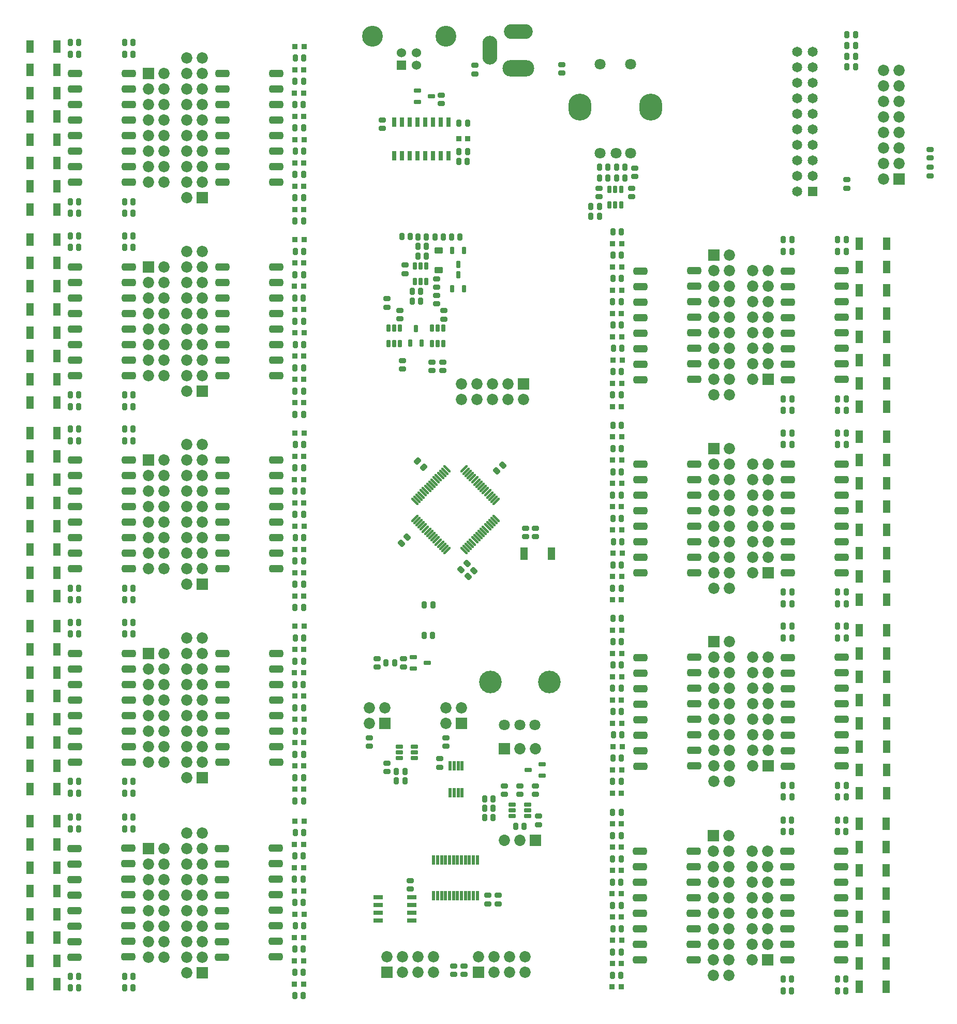
<source format=gts>
G04*
G04 #@! TF.GenerationSoftware,Altium Limited,Altium Designer,25.8.1 (18)*
G04*
G04 Layer_Color=8388736*
%FSLAX44Y44*%
%MOMM*%
G71*
G04*
G04 #@! TF.SameCoordinates,1DD17807-008B-40D4-811F-6DFA0BD173B0*
G04*
G04*
G04 #@! TF.FilePolarity,Negative*
G04*
G01*
G75*
G04:AMPARAMS|DCode=45|XSize=0.87mm|YSize=1.14mm|CornerRadius=0.165mm|HoleSize=0mm|Usage=FLASHONLY|Rotation=0.000|XOffset=0mm|YOffset=0mm|HoleType=Round|Shape=RoundedRectangle|*
%AMROUNDEDRECTD45*
21,1,0.8700,0.8100,0,0,0.0*
21,1,0.5400,1.1400,0,0,0.0*
1,1,0.3300,0.2700,-0.4050*
1,1,0.3300,-0.2700,-0.4050*
1,1,0.3300,-0.2700,0.4050*
1,1,0.3300,0.2700,0.4050*
%
%ADD45ROUNDEDRECTD45*%
G04:AMPARAMS|DCode=46|XSize=0.87mm|YSize=1.14mm|CornerRadius=0.165mm|HoleSize=0mm|Usage=FLASHONLY|Rotation=90.000|XOffset=0mm|YOffset=0mm|HoleType=Round|Shape=RoundedRectangle|*
%AMROUNDEDRECTD46*
21,1,0.8700,0.8100,0,0,90.0*
21,1,0.5400,1.1400,0,0,90.0*
1,1,0.3300,0.4050,0.2700*
1,1,0.3300,0.4050,-0.2700*
1,1,0.3300,-0.4050,-0.2700*
1,1,0.3300,-0.4050,0.2700*
%
%ADD46ROUNDEDRECTD46*%
G04:AMPARAMS|DCode=47|XSize=1.15mm|YSize=0.75mm|CornerRadius=0.15mm|HoleSize=0mm|Usage=FLASHONLY|Rotation=270.000|XOffset=0mm|YOffset=0mm|HoleType=Round|Shape=RoundedRectangle|*
%AMROUNDEDRECTD47*
21,1,1.1500,0.4500,0,0,270.0*
21,1,0.8500,0.7500,0,0,270.0*
1,1,0.3000,-0.2250,-0.4250*
1,1,0.3000,-0.2250,0.4250*
1,1,0.3000,0.2250,0.4250*
1,1,0.3000,0.2250,-0.4250*
%
%ADD47ROUNDEDRECTD47*%
G04:AMPARAMS|DCode=48|XSize=1.34mm|YSize=1.04mm|CornerRadius=0.1825mm|HoleSize=0mm|Usage=FLASHONLY|Rotation=0.000|XOffset=0mm|YOffset=0mm|HoleType=Round|Shape=RoundedRectangle|*
%AMROUNDEDRECTD48*
21,1,1.3400,0.6750,0,0,0.0*
21,1,0.9750,1.0400,0,0,0.0*
1,1,0.3650,0.4875,-0.3375*
1,1,0.3650,-0.4875,-0.3375*
1,1,0.3650,-0.4875,0.3375*
1,1,0.3650,0.4875,0.3375*
%
%ADD48ROUNDEDRECTD48*%
G04:AMPARAMS|DCode=49|XSize=0.4mm|YSize=1.6mm|CornerRadius=0.0875mm|HoleSize=0mm|Usage=FLASHONLY|Rotation=315.000|XOffset=0mm|YOffset=0mm|HoleType=Round|Shape=RoundedRectangle|*
%AMROUNDEDRECTD49*
21,1,0.4000,1.4250,0,0,315.0*
21,1,0.2250,1.6000,0,0,315.0*
1,1,0.1750,-0.4243,-0.5834*
1,1,0.1750,-0.5834,-0.4243*
1,1,0.1750,0.4243,0.5834*
1,1,0.1750,0.5834,0.4243*
%
%ADD49ROUNDEDRECTD49*%
G04:AMPARAMS|DCode=50|XSize=0.4mm|YSize=1.6mm|CornerRadius=0.0875mm|HoleSize=0mm|Usage=FLASHONLY|Rotation=45.000|XOffset=0mm|YOffset=0mm|HoleType=Round|Shape=RoundedRectangle|*
%AMROUNDEDRECTD50*
21,1,0.4000,1.4250,0,0,45.0*
21,1,0.2250,1.6000,0,0,45.0*
1,1,0.1750,0.5834,-0.4243*
1,1,0.1750,0.4243,-0.5834*
1,1,0.1750,-0.5834,0.4243*
1,1,0.1750,-0.4243,0.5834*
%
%ADD50ROUNDEDRECTD50*%
G04:AMPARAMS|DCode=51|XSize=1.15mm|YSize=0.65mm|CornerRadius=0.1188mm|HoleSize=0mm|Usage=FLASHONLY|Rotation=0.000|XOffset=0mm|YOffset=0mm|HoleType=Round|Shape=RoundedRectangle|*
%AMROUNDEDRECTD51*
21,1,1.1500,0.4125,0,0,0.0*
21,1,0.9125,0.6500,0,0,0.0*
1,1,0.2375,0.4563,-0.2063*
1,1,0.2375,-0.4563,-0.2063*
1,1,0.2375,-0.4563,0.2063*
1,1,0.2375,0.4563,0.2063*
%
%ADD51ROUNDEDRECTD51*%
G04:AMPARAMS|DCode=52|XSize=1.15mm|YSize=0.75mm|CornerRadius=0.15mm|HoleSize=0mm|Usage=FLASHONLY|Rotation=0.000|XOffset=0mm|YOffset=0mm|HoleType=Round|Shape=RoundedRectangle|*
%AMROUNDEDRECTD52*
21,1,1.1500,0.4500,0,0,0.0*
21,1,0.8500,0.7500,0,0,0.0*
1,1,0.3000,0.4250,-0.2250*
1,1,0.3000,-0.4250,-0.2250*
1,1,0.3000,-0.4250,0.2250*
1,1,0.3000,0.4250,0.2250*
%
%ADD52ROUNDEDRECTD52*%
G04:AMPARAMS|DCode=53|XSize=2.1mm|YSize=1.15mm|CornerRadius=0.1mm|HoleSize=0mm|Usage=FLASHONLY|Rotation=90.000|XOffset=0mm|YOffset=0mm|HoleType=Round|Shape=RoundedRectangle|*
%AMROUNDEDRECTD53*
21,1,2.1000,0.9500,0,0,90.0*
21,1,1.9000,1.1500,0,0,90.0*
1,1,0.2000,0.4750,0.9500*
1,1,0.2000,0.4750,-0.9500*
1,1,0.2000,-0.4750,-0.9500*
1,1,0.2000,-0.4750,0.9500*
%
%ADD53ROUNDEDRECTD53*%
G04:AMPARAMS|DCode=54|XSize=1.6mm|YSize=0.546mm|CornerRadius=0.1245mm|HoleSize=0mm|Usage=FLASHONLY|Rotation=270.000|XOffset=0mm|YOffset=0mm|HoleType=Round|Shape=RoundedRectangle|*
%AMROUNDEDRECTD54*
21,1,1.6000,0.2970,0,0,270.0*
21,1,1.3510,0.5460,0,0,270.0*
1,1,0.2490,-0.1485,-0.6755*
1,1,0.2490,-0.1485,0.6755*
1,1,0.2490,0.1485,0.6755*
1,1,0.2490,0.1485,-0.6755*
%
%ADD54ROUNDEDRECTD54*%
G04:AMPARAMS|DCode=55|XSize=2.3mm|YSize=1.2mm|CornerRadius=0.325mm|HoleSize=0mm|Usage=FLASHONLY|Rotation=0.000|XOffset=0mm|YOffset=0mm|HoleType=Round|Shape=RoundedRectangle|*
%AMROUNDEDRECTD55*
21,1,2.3000,0.5500,0,0,0.0*
21,1,1.6500,1.2000,0,0,0.0*
1,1,0.6500,0.8250,-0.2750*
1,1,0.6500,-0.8250,-0.2750*
1,1,0.6500,-0.8250,0.2750*
1,1,0.6500,0.8250,0.2750*
%
%ADD55ROUNDEDRECTD55*%
G04:AMPARAMS|DCode=56|XSize=0.9mm|YSize=0.9mm|CornerRadius=0.1mm|HoleSize=0mm|Usage=FLASHONLY|Rotation=180.000|XOffset=0mm|YOffset=0mm|HoleType=Round|Shape=RoundedRectangle|*
%AMROUNDEDRECTD56*
21,1,0.9000,0.7000,0,0,180.0*
21,1,0.7000,0.9000,0,0,180.0*
1,1,0.2000,-0.3500,0.3500*
1,1,0.2000,0.3500,0.3500*
1,1,0.2000,0.3500,-0.3500*
1,1,0.2000,-0.3500,-0.3500*
%
%ADD56ROUNDEDRECTD56*%
G04:AMPARAMS|DCode=57|XSize=0.87mm|YSize=1.14mm|CornerRadius=0.165mm|HoleSize=0mm|Usage=FLASHONLY|Rotation=225.000|XOffset=0mm|YOffset=0mm|HoleType=Round|Shape=RoundedRectangle|*
%AMROUNDEDRECTD57*
21,1,0.8700,0.8100,0,0,225.0*
21,1,0.5400,1.1400,0,0,225.0*
1,1,0.3300,-0.4773,0.0955*
1,1,0.3300,-0.0955,0.4773*
1,1,0.3300,0.4773,-0.0955*
1,1,0.3300,0.0955,-0.4773*
%
%ADD57ROUNDEDRECTD57*%
G04:AMPARAMS|DCode=58|XSize=0.87mm|YSize=1.14mm|CornerRadius=0.165mm|HoleSize=0mm|Usage=FLASHONLY|Rotation=135.000|XOffset=0mm|YOffset=0mm|HoleType=Round|Shape=RoundedRectangle|*
%AMROUNDEDRECTD58*
21,1,0.8700,0.8100,0,0,135.0*
21,1,0.5400,1.1400,0,0,135.0*
1,1,0.3300,0.0955,0.4773*
1,1,0.3300,0.4773,0.0955*
1,1,0.3300,-0.0955,-0.4773*
1,1,0.3300,-0.4773,-0.0955*
%
%ADD58ROUNDEDRECTD58*%
G04:AMPARAMS|DCode=59|XSize=0.75mm|YSize=1.6mm|CornerRadius=0.15mm|HoleSize=0mm|Usage=FLASHONLY|Rotation=90.000|XOffset=0mm|YOffset=0mm|HoleType=Round|Shape=RoundedRectangle|*
%AMROUNDEDRECTD59*
21,1,0.7500,1.3000,0,0,90.0*
21,1,0.4500,1.6000,0,0,90.0*
1,1,0.3000,0.6500,0.2250*
1,1,0.3000,0.6500,-0.2250*
1,1,0.3000,-0.6500,-0.2250*
1,1,0.3000,-0.6500,0.2250*
%
%ADD59ROUNDEDRECTD59*%
G04:AMPARAMS|DCode=60|XSize=1.15mm|YSize=0.65mm|CornerRadius=0.1188mm|HoleSize=0mm|Usage=FLASHONLY|Rotation=90.000|XOffset=0mm|YOffset=0mm|HoleType=Round|Shape=RoundedRectangle|*
%AMROUNDEDRECTD60*
21,1,1.1500,0.4125,0,0,90.0*
21,1,0.9125,0.6500,0,0,90.0*
1,1,0.2375,0.2063,0.4563*
1,1,0.2375,0.2063,-0.4563*
1,1,0.2375,-0.2063,-0.4563*
1,1,0.2375,-0.2063,0.4563*
%
%ADD60ROUNDEDRECTD60*%
G04:AMPARAMS|DCode=61|XSize=0.75mm|YSize=1.6mm|CornerRadius=0.15mm|HoleSize=0mm|Usage=FLASHONLY|Rotation=0.000|XOffset=0mm|YOffset=0mm|HoleType=Round|Shape=RoundedRectangle|*
%AMROUNDEDRECTD61*
21,1,0.7500,1.3000,0,0,0.0*
21,1,0.4500,1.6000,0,0,0.0*
1,1,0.3000,0.2250,-0.6500*
1,1,0.3000,-0.2250,-0.6500*
1,1,0.3000,-0.2250,0.6500*
1,1,0.3000,0.2250,0.6500*
%
%ADD61ROUNDEDRECTD61*%
G04:AMPARAMS|DCode=62|XSize=1.6mm|YSize=0.545mm|CornerRadius=0.1244mm|HoleSize=0mm|Usage=FLASHONLY|Rotation=90.000|XOffset=0mm|YOffset=0mm|HoleType=Round|Shape=RoundedRectangle|*
%AMROUNDEDRECTD62*
21,1,1.6000,0.2963,0,0,90.0*
21,1,1.3513,0.5450,0,0,90.0*
1,1,0.2487,0.1481,0.6756*
1,1,0.2487,0.1481,-0.6756*
1,1,0.2487,-0.1481,-0.6756*
1,1,0.2487,-0.1481,0.6756*
%
%ADD62ROUNDEDRECTD62*%
%ADD63O,5.2032X2.7032*%
%ADD64O,4.7032X2.4532*%
%ADD65O,2.4532X4.7032*%
%ADD66C,1.8500*%
%ADD67R,1.8500X1.8500*%
%ADD68R,1.6500X1.6500*%
%ADD69C,1.6500*%
%ADD70C,3.7032*%
%ADD71C,1.8032*%
%ADD72O,3.8032X4.4032*%
%ADD73R,1.8532X1.8532*%
%ADD74C,1.8532*%
%ADD75R,1.8500X1.8500*%
%ADD76C,3.4160*%
%ADD77C,1.5280*%
%ADD78R,1.5280X1.5280*%
D45*
X376650Y-603000D02*
D03*
X362850D02*
D03*
X376900Y-553250D02*
D03*
X363100D02*
D03*
X352850Y17750D02*
D03*
X366650D02*
D03*
X352850Y33500D02*
D03*
X366650D02*
D03*
X343350Y-39750D02*
D03*
X357150D02*
D03*
X339900Y49500D02*
D03*
X326100D02*
D03*
X394150Y49250D02*
D03*
X380350D02*
D03*
X407350D02*
D03*
X421150D02*
D03*
X461600Y-870500D02*
D03*
X475400D02*
D03*
X461600Y-885500D02*
D03*
X475400D02*
D03*
X461600Y-900500D02*
D03*
X475400D02*
D03*
X314240Y-647700D02*
D03*
X300440D02*
D03*
X677630Y163630D02*
D03*
X691430D02*
D03*
X663490D02*
D03*
X649690D02*
D03*
X1039069Y-1165260D02*
D03*
X1052869D02*
D03*
X1039069Y-1184310D02*
D03*
X1052869Y-1184310D02*
D03*
X963969Y-1184310D02*
D03*
X950169D02*
D03*
X963969Y-1165260D02*
D03*
X950169D02*
D03*
X963969Y-923960D02*
D03*
X950169D02*
D03*
X963969Y-904910D02*
D03*
X950169D02*
D03*
X1039069D02*
D03*
X1052869D02*
D03*
X1039069Y-923960D02*
D03*
X1052869D02*
D03*
X684568Y-1158911D02*
D03*
X670768D02*
D03*
X685118Y-1120811D02*
D03*
X671318Y-1120811D02*
D03*
X685668Y-1082711D02*
D03*
X671868D02*
D03*
X685118Y-1044611D02*
D03*
X671318D02*
D03*
X684568Y-1006511D02*
D03*
X670768D02*
D03*
X685118Y-968411D02*
D03*
X671318D02*
D03*
X685118Y-930311D02*
D03*
X671318D02*
D03*
X685118Y-892211D02*
D03*
X671318Y-892211D02*
D03*
X-202611Y-919480D02*
D03*
X-216411D02*
D03*
X-202611Y-900430D02*
D03*
X-216411Y-900430D02*
D03*
X-127511D02*
D03*
X-113711D02*
D03*
X-127511Y-919480D02*
D03*
X-113711D02*
D03*
X-127511Y-1160780D02*
D03*
X-113711Y-1160780D02*
D03*
X-127511Y-1179830D02*
D03*
X-113711D02*
D03*
X-202611D02*
D03*
X-216411D02*
D03*
X-202611Y-1160780D02*
D03*
X-216411Y-1160780D02*
D03*
X151890Y-925829D02*
D03*
X165690D02*
D03*
X151340Y-963929D02*
D03*
X165140D02*
D03*
X150790Y-1002029D02*
D03*
X164590D02*
D03*
X151340Y-1040129D02*
D03*
X165140D02*
D03*
X151890Y-1078229D02*
D03*
X165690D02*
D03*
X151340Y-1116329D02*
D03*
X165140Y-1116329D02*
D03*
X151340Y-1154429D02*
D03*
X165140D02*
D03*
X151340Y-1192529D02*
D03*
X165140D02*
D03*
X151460Y75051D02*
D03*
X165260D02*
D03*
X151460Y151251D02*
D03*
X165260Y151251D02*
D03*
X152010Y341751D02*
D03*
X165810D02*
D03*
X151460Y303651D02*
D03*
X165260D02*
D03*
X151460Y227451D02*
D03*
X165260D02*
D03*
X151460Y113151D02*
D03*
X165260D02*
D03*
X152010Y189351D02*
D03*
X165810D02*
D03*
X150910Y265551D02*
D03*
X164710D02*
D03*
X152049Y-290709D02*
D03*
X165849D02*
D03*
X-202491Y50920D02*
D03*
X-216291D02*
D03*
X152010Y-126879D02*
D03*
X165810D02*
D03*
X-202491Y348100D02*
D03*
X-216291Y348100D02*
D03*
X152010Y25521D02*
D03*
X165810D02*
D03*
X150949Y-366909D02*
D03*
X164749D02*
D03*
X-127391Y-209430D02*
D03*
X-113591D02*
D03*
X151460Y-203079D02*
D03*
X165260D02*
D03*
X151499Y-557409D02*
D03*
X165299D02*
D03*
X-127391Y106800D02*
D03*
X-113591D02*
D03*
X151499Y-328809D02*
D03*
X165299D02*
D03*
X151460Y-12579D02*
D03*
X165260Y-12579D02*
D03*
X-127391Y367150D02*
D03*
X-113591D02*
D03*
X151499Y-481209D02*
D03*
X165299D02*
D03*
X-202491Y-209430D02*
D03*
X-216291D02*
D03*
X-202452Y-525660D02*
D03*
X-216252D02*
D03*
X151460Y-164979D02*
D03*
X165260D02*
D03*
X151499Y-519309D02*
D03*
X165299D02*
D03*
X151460Y-88779D02*
D03*
X165260D02*
D03*
X-127391Y50920D02*
D03*
X-113591D02*
D03*
X150910Y-50679D02*
D03*
X164710D02*
D03*
X151499Y-405009D02*
D03*
X165299D02*
D03*
X-202452Y-544710D02*
D03*
X-216252D02*
D03*
X-127391Y-228480D02*
D03*
X-113591D02*
D03*
X-202491D02*
D03*
X-216291D02*
D03*
X-127391Y348100D02*
D03*
X-113591D02*
D03*
X-202491Y106800D02*
D03*
X-216291Y106800D02*
D03*
X-202491Y31870D02*
D03*
X-216291Y31870D02*
D03*
X-202491Y87750D02*
D03*
X-216291D02*
D03*
X152049Y-443109D02*
D03*
X165849Y-443109D02*
D03*
X151460Y-241179D02*
D03*
X165260D02*
D03*
X-202491Y367150D02*
D03*
X-216291D02*
D03*
X-127391Y87750D02*
D03*
X-113591D02*
D03*
X-127391Y31870D02*
D03*
X-113591D02*
D03*
X-202491Y-600590D02*
D03*
X-216291Y-600590D02*
D03*
X-127391Y-841890D02*
D03*
X-113591D02*
D03*
X-127391Y-600590D02*
D03*
X-113591D02*
D03*
X-202491Y-860940D02*
D03*
X-216291D02*
D03*
X685118Y-689611D02*
D03*
X671318D02*
D03*
X685668Y-651511D02*
D03*
X671868D02*
D03*
X-202491Y-841890D02*
D03*
X-216291D02*
D03*
X685668Y-727711D02*
D03*
X671868D02*
D03*
X-127391Y-860940D02*
D03*
X-113591D02*
D03*
X685668Y-803911D02*
D03*
X671868D02*
D03*
X685118Y-842011D02*
D03*
X671318D02*
D03*
X-202491Y-581540D02*
D03*
X-216291D02*
D03*
X685668Y-613411D02*
D03*
X671868D02*
D03*
X685668Y-575311D02*
D03*
X671868D02*
D03*
X-127391Y-581540D02*
D03*
X-113591D02*
D03*
X686218Y-765811D02*
D03*
X672418D02*
D03*
X677630Y145850D02*
D03*
X691430D02*
D03*
X635720Y99060D02*
D03*
X649520D02*
D03*
X343350Y-55750D02*
D03*
X357150D02*
D03*
X635720Y82550D02*
D03*
X649520D02*
D03*
X419820Y234950D02*
D03*
X433620D02*
D03*
X1054820Y327660D02*
D03*
X1068620D02*
D03*
X512530Y-915379D02*
D03*
X526330D02*
D03*
X1054820Y344170D02*
D03*
X1068620D02*
D03*
Y361950D02*
D03*
X1054820D02*
D03*
X331210Y-840810D02*
D03*
X317410D02*
D03*
X433400Y172500D02*
D03*
X419600D02*
D03*
X1068620Y379730D02*
D03*
X1054820D02*
D03*
X352850Y49250D02*
D03*
X366650D02*
D03*
X331210Y-825570D02*
D03*
X317410D02*
D03*
X663490Y145850D02*
D03*
X649690D02*
D03*
X433650Y189000D02*
D03*
X419850D02*
D03*
X1039619Y-532130D02*
D03*
X1053419D02*
D03*
X1039619Y-551180D02*
D03*
X1053419D02*
D03*
X685668Y-487681D02*
D03*
X671868D02*
D03*
X964519Y-290830D02*
D03*
X950719D02*
D03*
X964519Y-234950D02*
D03*
X950719D02*
D03*
X685118Y-209551D02*
D03*
X671318D02*
D03*
X964519Y-215900D02*
D03*
X950719D02*
D03*
X964519Y-551180D02*
D03*
X950719D02*
D03*
X1039619Y-290830D02*
D03*
X1053419D02*
D03*
X964519Y25400D02*
D03*
X950719D02*
D03*
X1039619Y44450D02*
D03*
X1053419D02*
D03*
X1039619Y-215900D02*
D03*
X1053419D02*
D03*
X685118Y-525781D02*
D03*
X671318D02*
D03*
X685668Y-411481D02*
D03*
X671868D02*
D03*
X1039619Y-271780D02*
D03*
X1053419D02*
D03*
X685668Y-297181D02*
D03*
X671868D02*
D03*
X964519Y-588010D02*
D03*
X950719D02*
D03*
X1039619Y-867410D02*
D03*
X1053419D02*
D03*
X1039619Y-848360D02*
D03*
X1053419D02*
D03*
X685668Y-19051D02*
D03*
X671868D02*
D03*
X685668Y-95251D02*
D03*
X671868D02*
D03*
X1039619Y-588010D02*
D03*
X1053419D02*
D03*
X686218Y-133351D02*
D03*
X672418D02*
D03*
X685668Y19049D02*
D03*
X671868D02*
D03*
X686218Y-449581D02*
D03*
X672418D02*
D03*
X1039619Y-607060D02*
D03*
X1053419D02*
D03*
X685118Y-57151D02*
D03*
X671318D02*
D03*
X964519Y44450D02*
D03*
X950719D02*
D03*
X685118Y-373381D02*
D03*
X671318D02*
D03*
X964519Y-867410D02*
D03*
X950719D02*
D03*
X964519Y-532130D02*
D03*
X950719D02*
D03*
X1039619Y-234950D02*
D03*
X1053419D02*
D03*
X964519Y-607060D02*
D03*
X950719D02*
D03*
X964519Y-271780D02*
D03*
X950719D02*
D03*
X685668Y-335281D02*
D03*
X671868D02*
D03*
X964519Y-848360D02*
D03*
X950719D02*
D03*
X685668Y57149D02*
D03*
X671868D02*
D03*
X685668Y-171451D02*
D03*
X671868D02*
D03*
X685668Y-259081D02*
D03*
X671868D02*
D03*
X1039619Y25400D02*
D03*
X1053419D02*
D03*
X-127352Y-544710D02*
D03*
X-113552D02*
D03*
X152010Y-759339D02*
D03*
X165810D02*
D03*
X150910Y-683139D02*
D03*
X164710D02*
D03*
X152010Y-606939D02*
D03*
X165810D02*
D03*
X-202452Y-284360D02*
D03*
X-216252D02*
D03*
X151460Y-721239D02*
D03*
X165260D02*
D03*
X-202452Y-265310D02*
D03*
X-216252D02*
D03*
X151460Y-835539D02*
D03*
X165260D02*
D03*
X-127352Y-265310D02*
D03*
X-113552D02*
D03*
X151460Y-797439D02*
D03*
X165260D02*
D03*
X151460Y-645039D02*
D03*
X165260Y-645039D02*
D03*
X-127352Y-284360D02*
D03*
X-113552D02*
D03*
X-127352Y-525660D02*
D03*
X-113552D02*
D03*
X151460Y-873639D02*
D03*
X165260D02*
D03*
D46*
X383000Y-19600D02*
D03*
Y-33400D02*
D03*
Y-60400D02*
D03*
Y-46600D02*
D03*
X331500Y3150D02*
D03*
Y-10650D02*
D03*
X446000Y329900D02*
D03*
Y316100D02*
D03*
X588500Y331150D02*
D03*
Y317350D02*
D03*
X1054250Y128850D02*
D03*
Y142650D02*
D03*
X273050Y-770340D02*
D03*
Y-784140D02*
D03*
X398780Y-784140D02*
D03*
Y-770340D02*
D03*
X328930Y-654600D02*
D03*
Y-640800D02*
D03*
X285750Y-640800D02*
D03*
Y-654600D02*
D03*
X549910Y-898610D02*
D03*
Y-912410D02*
D03*
X327590Y-167150D02*
D03*
Y-153350D02*
D03*
X394900Y-71520D02*
D03*
Y-85320D02*
D03*
X294640Y240580D02*
D03*
Y226780D02*
D03*
X707390Y161640D02*
D03*
Y147840D02*
D03*
X529250Y-427350D02*
D03*
Y-441150D02*
D03*
X519430Y-849080D02*
D03*
Y-862880D02*
D03*
X648970Y128620D02*
D03*
X648970Y114820D02*
D03*
X483870Y-1041950D02*
D03*
Y-1028150D02*
D03*
X340360Y-1004020D02*
D03*
Y-1017820D02*
D03*
X1191260Y163110D02*
D03*
Y149310D02*
D03*
X494030Y-862880D02*
D03*
Y-849080D02*
D03*
X544790Y-427370D02*
D03*
Y-441170D02*
D03*
X391160Y281220D02*
D03*
Y267420D02*
D03*
X323500Y-71350D02*
D03*
Y-85150D02*
D03*
X427990Y-1157520D02*
D03*
Y-1143720D02*
D03*
X411480Y-1157520D02*
D03*
Y-1143720D02*
D03*
X702310Y128620D02*
D03*
Y114820D02*
D03*
X301750Y-65900D02*
D03*
Y-52100D02*
D03*
X393429Y-169650D02*
D03*
Y-155850D02*
D03*
X302250Y-811850D02*
D03*
Y-825650D02*
D03*
X375649Y-169650D02*
D03*
Y-155850D02*
D03*
X544830Y-862880D02*
D03*
Y-849080D02*
D03*
X467320Y-1041950D02*
D03*
Y-1028150D02*
D03*
X1191260Y178520D02*
D03*
Y192320D02*
D03*
X388620Y-818430D02*
D03*
Y-804630D02*
D03*
D47*
X428000Y27000D02*
D03*
X409000D02*
D03*
X418500Y4000D02*
D03*
X409000Y-35750D02*
D03*
X428000D02*
D03*
X418500Y-12750D02*
D03*
X339720Y-124210D02*
D03*
X358720D02*
D03*
X349220Y-101210D02*
D03*
D48*
X386500Y-5350D02*
D03*
Y27350D02*
D03*
D49*
X427848Y-330688D02*
D03*
X431383Y-334224D02*
D03*
X434919Y-337760D02*
D03*
X438454Y-341295D02*
D03*
X441990Y-344831D02*
D03*
X445525Y-348366D02*
D03*
X449061Y-351902D02*
D03*
X452596Y-355437D02*
D03*
X456132Y-358973D02*
D03*
X459667Y-362508D02*
D03*
X463203Y-366044D02*
D03*
X466738Y-369579D02*
D03*
X470274Y-373115D02*
D03*
X473810Y-376650D02*
D03*
X477345Y-380186D02*
D03*
X480881Y-383722D02*
D03*
X400270Y-464332D02*
D03*
X396735Y-460796D02*
D03*
X393199Y-457261D02*
D03*
X389664Y-453725D02*
D03*
X386128Y-450190D02*
D03*
X382593Y-446654D02*
D03*
X379057Y-443118D02*
D03*
X375522Y-439583D02*
D03*
X371986Y-436047D02*
D03*
X368451Y-432512D02*
D03*
X364915Y-428976D02*
D03*
X361380Y-425441D02*
D03*
X357844Y-421905D02*
D03*
X354308Y-418370D02*
D03*
X350773Y-414834D02*
D03*
X347237Y-411299D02*
D03*
D50*
X480881Y-411298D02*
D03*
X477345Y-414834D02*
D03*
X473810Y-418370D02*
D03*
X470274Y-421905D02*
D03*
X466738Y-425441D02*
D03*
X463203Y-428976D02*
D03*
X459667Y-432512D02*
D03*
X456132Y-436047D02*
D03*
X452596Y-439583D02*
D03*
X449061Y-443118D02*
D03*
X445525Y-446654D02*
D03*
X441990Y-450189D02*
D03*
X438454Y-453725D02*
D03*
X434919Y-457261D02*
D03*
X431383Y-460796D02*
D03*
X427848Y-464332D02*
D03*
X347237Y-383721D02*
D03*
X350773Y-380186D02*
D03*
X354308Y-376650D02*
D03*
X357844Y-373115D02*
D03*
X361380Y-369579D02*
D03*
X364915Y-366044D02*
D03*
X368451Y-362508D02*
D03*
X371986Y-358973D02*
D03*
X375522Y-355437D02*
D03*
X379057Y-351902D02*
D03*
X382593Y-348366D02*
D03*
X386128Y-344831D02*
D03*
X389664Y-341295D02*
D03*
X393199Y-337760D02*
D03*
X396735Y-334224D02*
D03*
X400270Y-330688D02*
D03*
D51*
X347000Y-784750D02*
D03*
Y-794250D02*
D03*
Y-803750D02*
D03*
X322000D02*
D03*
Y-794250D02*
D03*
Y-784750D02*
D03*
X531930Y-879500D02*
D03*
Y-889000D02*
D03*
Y-898500D02*
D03*
X506930D02*
D03*
Y-889000D02*
D03*
Y-879500D02*
D03*
D52*
X345370Y-638240D02*
D03*
Y-657240D02*
D03*
X368370Y-647740D02*
D03*
X556330Y-832460D02*
D03*
Y-813460D02*
D03*
X533330Y-822960D02*
D03*
X351720Y288900D02*
D03*
Y269900D02*
D03*
X374720Y279400D02*
D03*
D53*
X570750Y-468750D02*
D03*
X526250D02*
D03*
X1074519Y-1063660D02*
D03*
X1119019D02*
D03*
X1119019Y-1025560D02*
D03*
X1074519Y-1025560D02*
D03*
X1074519Y-1101760D02*
D03*
X1119019D02*
D03*
X1119019Y-987460D02*
D03*
X1074519Y-987460D02*
D03*
X1074519Y-1139860D02*
D03*
X1119019D02*
D03*
X1119019Y-949360D02*
D03*
X1074519D02*
D03*
X1074519Y-1177960D02*
D03*
X1119019D02*
D03*
X1119019Y-911260D02*
D03*
X1074519D02*
D03*
X-238061Y-1021080D02*
D03*
X-282561Y-1021080D02*
D03*
X-282561Y-1059180D02*
D03*
X-238061D02*
D03*
X-238061Y-982980D02*
D03*
X-282561Y-982980D02*
D03*
X-282561Y-1097280D02*
D03*
X-238061Y-1097280D02*
D03*
X-238061Y-944880D02*
D03*
X-282561D02*
D03*
X-282561Y-1135380D02*
D03*
X-238061Y-1135380D02*
D03*
X-238061Y-906780D02*
D03*
X-282561D02*
D03*
X-282561Y-1173480D02*
D03*
X-238061D02*
D03*
X1075069Y-228600D02*
D03*
X1119569D02*
D03*
X1075069Y-544830D02*
D03*
X1119569D02*
D03*
X1075069Y-861060D02*
D03*
X1119569D02*
D03*
X-237941Y-587890D02*
D03*
X-282441D02*
D03*
X-237902Y-271660D02*
D03*
X-282402D02*
D03*
X-237941Y44570D02*
D03*
X-282441D02*
D03*
X-237941Y360800D02*
D03*
X-282441D02*
D03*
X1119569Y38100D02*
D03*
X1075069D02*
D03*
X1119569Y-278130D02*
D03*
X1075069D02*
D03*
X1119569Y-594360D02*
D03*
X1075069D02*
D03*
X-282441Y-854590D02*
D03*
X-237941D02*
D03*
X-282402Y-538360D02*
D03*
X-237902D02*
D03*
X-282441Y-222130D02*
D03*
X-237941D02*
D03*
X-282441Y94100D02*
D03*
X-237941D02*
D03*
X1075069Y-190500D02*
D03*
X1119569D02*
D03*
X1075069Y-506730D02*
D03*
X1119569D02*
D03*
X1075069Y-822960D02*
D03*
X1119569D02*
D03*
X-237941Y-625990D02*
D03*
X-282441D02*
D03*
X-237902Y-309760D02*
D03*
X-282402D02*
D03*
X-237941Y6470D02*
D03*
X-282441D02*
D03*
X-237941Y322700D02*
D03*
X-282441D02*
D03*
X1119569Y0D02*
D03*
X1075069D02*
D03*
X1119569Y-316230D02*
D03*
X1075069D02*
D03*
X1119569Y-632460D02*
D03*
X1075069D02*
D03*
X-282441Y-816490D02*
D03*
X-237941Y-816490D02*
D03*
X-282402Y-500260D02*
D03*
X-237902D02*
D03*
X-282441Y-184030D02*
D03*
X-237941Y-184030D02*
D03*
X-282441Y132200D02*
D03*
X-237941Y132200D02*
D03*
X1075069Y-152400D02*
D03*
X1119569D02*
D03*
X1075069Y-468630D02*
D03*
X1119569D02*
D03*
X1075069Y-784860D02*
D03*
X1119569D02*
D03*
X-237941Y-664090D02*
D03*
X-282441D02*
D03*
X-237902Y-347860D02*
D03*
X-282402D02*
D03*
X-237941Y-31630D02*
D03*
X-282441D02*
D03*
X-237941Y284600D02*
D03*
X-282441D02*
D03*
X1119569Y-38100D02*
D03*
X1075069D02*
D03*
X1119569Y-354330D02*
D03*
X1075069D02*
D03*
X1119569Y-670560D02*
D03*
X1075069D02*
D03*
X-282441Y-778390D02*
D03*
X-237941Y-778390D02*
D03*
X-282402Y-462160D02*
D03*
X-237902D02*
D03*
X-282441Y-145930D02*
D03*
X-237941Y-145930D02*
D03*
X-282441Y170300D02*
D03*
X-237941Y170300D02*
D03*
X1075069Y-114300D02*
D03*
X1119569D02*
D03*
X1075069Y-430530D02*
D03*
X1119569D02*
D03*
X1075069Y-746760D02*
D03*
X1119569D02*
D03*
X-237941Y-702190D02*
D03*
X-282441D02*
D03*
X-237902Y-385960D02*
D03*
X-282402D02*
D03*
X-237941Y-69730D02*
D03*
X-282441D02*
D03*
X-237941Y246500D02*
D03*
X-282441D02*
D03*
X1119569Y-76200D02*
D03*
X1075069D02*
D03*
X1119569Y-392430D02*
D03*
X1075069D02*
D03*
X1119569Y-708660D02*
D03*
X1075069D02*
D03*
X-282441Y-740290D02*
D03*
X-237941D02*
D03*
X-282402Y-424060D02*
D03*
X-237902D02*
D03*
X-282441Y-107830D02*
D03*
X-237941D02*
D03*
X-282441Y208400D02*
D03*
X-237941D02*
D03*
D54*
X449809Y-1028490D02*
D03*
X443309D02*
D03*
X436809D02*
D03*
X430309D02*
D03*
X423809D02*
D03*
X417309D02*
D03*
X410809D02*
D03*
X404309D02*
D03*
X397809D02*
D03*
X391309D02*
D03*
X384809D02*
D03*
X378309D02*
D03*
Y-970490D02*
D03*
X384809D02*
D03*
X391309D02*
D03*
X397809D02*
D03*
X404309D02*
D03*
X410809D02*
D03*
X417309D02*
D03*
X423809D02*
D03*
X430309D02*
D03*
X436809D02*
D03*
X443309D02*
D03*
X449809D02*
D03*
D55*
X1045519Y-955585D02*
D03*
Y-980985D02*
D03*
Y-1006385D02*
D03*
Y-1031785D02*
D03*
Y-1057185D02*
D03*
Y-1082585D02*
D03*
Y-1107985D02*
D03*
Y-1133385D02*
D03*
X957519Y-1133635D02*
D03*
Y-1108235D02*
D03*
Y-1082835D02*
D03*
Y-1057435D02*
D03*
Y-1032035D02*
D03*
Y-1006635D02*
D03*
Y-981235D02*
D03*
Y-955835D02*
D03*
X804219Y-955585D02*
D03*
Y-980985D02*
D03*
Y-1006385D02*
D03*
Y-1031785D02*
D03*
Y-1057185D02*
D03*
Y-1082585D02*
D03*
Y-1107985D02*
D03*
X804219Y-1133385D02*
D03*
X716219Y-1133635D02*
D03*
Y-1108235D02*
D03*
X716219Y-1082835D02*
D03*
X716219Y-1057435D02*
D03*
Y-1032035D02*
D03*
Y-1006635D02*
D03*
Y-981235D02*
D03*
Y-955835D02*
D03*
X-209061Y-1129155D02*
D03*
X-209061Y-1103755D02*
D03*
X-209061Y-1078355D02*
D03*
Y-1052955D02*
D03*
Y-1027555D02*
D03*
Y-1002155D02*
D03*
Y-976755D02*
D03*
X-209061Y-951355D02*
D03*
X-121061Y-951105D02*
D03*
Y-976505D02*
D03*
Y-1001905D02*
D03*
Y-1027305D02*
D03*
Y-1052705D02*
D03*
Y-1078105D02*
D03*
Y-1103505D02*
D03*
Y-1128905D02*
D03*
X32239Y-1129155D02*
D03*
X32239Y-1103755D02*
D03*
Y-1078355D02*
D03*
X32239Y-1052955D02*
D03*
X32239Y-1027555D02*
D03*
X32239Y-1002155D02*
D03*
X32239Y-976755D02*
D03*
Y-951355D02*
D03*
X120239Y-951105D02*
D03*
Y-976505D02*
D03*
X120239Y-1001905D02*
D03*
X120239Y-1027305D02*
D03*
Y-1052705D02*
D03*
Y-1078105D02*
D03*
Y-1103505D02*
D03*
Y-1128905D02*
D03*
X120359Y138675D02*
D03*
Y214875D02*
D03*
Y240275D02*
D03*
Y189475D02*
D03*
Y265675D02*
D03*
Y291075D02*
D03*
Y164075D02*
D03*
Y316475D02*
D03*
X-208941Y-810265D02*
D03*
X-208941Y-784865D02*
D03*
X-208941Y-759465D02*
D03*
Y-734065D02*
D03*
Y-708665D02*
D03*
Y-683265D02*
D03*
X-208941Y-657865D02*
D03*
X-208941Y-632465D02*
D03*
X-120941Y-632215D02*
D03*
Y-657615D02*
D03*
Y-683015D02*
D03*
Y-708415D02*
D03*
Y-733815D02*
D03*
Y-759215D02*
D03*
Y-784615D02*
D03*
Y-810015D02*
D03*
X-208941Y138425D02*
D03*
X-208941Y163825D02*
D03*
X-208941Y189225D02*
D03*
Y214625D02*
D03*
Y240025D02*
D03*
Y265425D02*
D03*
X-208941Y290825D02*
D03*
X-208941Y316225D02*
D03*
X-120941Y316475D02*
D03*
Y291075D02*
D03*
Y265675D02*
D03*
Y240275D02*
D03*
Y214875D02*
D03*
Y189475D02*
D03*
Y164075D02*
D03*
Y138675D02*
D03*
X32359Y-177805D02*
D03*
Y-152405D02*
D03*
Y-127005D02*
D03*
Y-101605D02*
D03*
Y-76205D02*
D03*
Y-50805D02*
D03*
Y-25405D02*
D03*
Y-5D02*
D03*
X120359Y245D02*
D03*
Y-25155D02*
D03*
Y-50555D02*
D03*
Y-75955D02*
D03*
Y-101355D02*
D03*
Y-126755D02*
D03*
Y-152155D02*
D03*
Y-177555D02*
D03*
X-208902Y-494035D02*
D03*
X-208902Y-468635D02*
D03*
Y-443235D02*
D03*
X-208902Y-417835D02*
D03*
Y-392435D02*
D03*
Y-367035D02*
D03*
X-208902Y-341635D02*
D03*
X-208902Y-316235D02*
D03*
X-120902Y-315985D02*
D03*
Y-341385D02*
D03*
Y-366785D02*
D03*
Y-392185D02*
D03*
Y-417585D02*
D03*
Y-442985D02*
D03*
Y-468385D02*
D03*
Y-493785D02*
D03*
X804769Y-638685D02*
D03*
Y-664085D02*
D03*
Y-689485D02*
D03*
Y-714885D02*
D03*
Y-740285D02*
D03*
Y-765685D02*
D03*
Y-791085D02*
D03*
Y-816485D02*
D03*
X716769Y-816735D02*
D03*
Y-791335D02*
D03*
Y-765935D02*
D03*
Y-740535D02*
D03*
Y-715135D02*
D03*
Y-689735D02*
D03*
Y-664335D02*
D03*
Y-638935D02*
D03*
X1046069Y-638685D02*
D03*
Y-664085D02*
D03*
Y-689485D02*
D03*
Y-714885D02*
D03*
Y-740285D02*
D03*
Y-765685D02*
D03*
Y-791085D02*
D03*
Y-816485D02*
D03*
X958069Y-816735D02*
D03*
Y-791335D02*
D03*
Y-765935D02*
D03*
Y-740535D02*
D03*
Y-715135D02*
D03*
Y-689735D02*
D03*
Y-664335D02*
D03*
Y-638935D02*
D03*
X804769Y-322455D02*
D03*
Y-347855D02*
D03*
Y-373255D02*
D03*
Y-398655D02*
D03*
Y-424055D02*
D03*
Y-449455D02*
D03*
Y-474855D02*
D03*
Y-500255D02*
D03*
X716769Y-500505D02*
D03*
Y-475105D02*
D03*
Y-449705D02*
D03*
Y-424305D02*
D03*
Y-398905D02*
D03*
Y-373505D02*
D03*
Y-348105D02*
D03*
Y-322705D02*
D03*
X1046069Y-322455D02*
D03*
Y-347855D02*
D03*
Y-373255D02*
D03*
Y-398655D02*
D03*
Y-424055D02*
D03*
Y-449455D02*
D03*
Y-474855D02*
D03*
Y-500255D02*
D03*
X958069Y-500505D02*
D03*
Y-475105D02*
D03*
Y-449705D02*
D03*
Y-424305D02*
D03*
Y-398905D02*
D03*
Y-373505D02*
D03*
Y-348105D02*
D03*
Y-322705D02*
D03*
X-208941Y-177805D02*
D03*
X-208941Y-152405D02*
D03*
X-208941Y-127005D02*
D03*
Y-101605D02*
D03*
Y-76205D02*
D03*
Y-50805D02*
D03*
X-208941Y-25405D02*
D03*
X-208941Y-5D02*
D03*
X-120941Y245D02*
D03*
Y-25155D02*
D03*
Y-50555D02*
D03*
Y-75955D02*
D03*
Y-101355D02*
D03*
Y-126755D02*
D03*
Y-152155D02*
D03*
Y-177555D02*
D03*
X32398Y-494035D02*
D03*
Y-468635D02*
D03*
Y-443235D02*
D03*
Y-417835D02*
D03*
Y-392435D02*
D03*
Y-367035D02*
D03*
Y-341635D02*
D03*
Y-316235D02*
D03*
X120398Y-315985D02*
D03*
X120398Y-341385D02*
D03*
X120398Y-366785D02*
D03*
Y-392185D02*
D03*
Y-417585D02*
D03*
X120398Y-442985D02*
D03*
X120398Y-468385D02*
D03*
Y-493785D02*
D03*
X32359Y-810265D02*
D03*
Y-784865D02*
D03*
Y-759465D02*
D03*
Y-734065D02*
D03*
Y-708665D02*
D03*
Y-683265D02*
D03*
Y-657865D02*
D03*
Y-632465D02*
D03*
X120359Y-632215D02*
D03*
Y-657615D02*
D03*
Y-683015D02*
D03*
Y-708415D02*
D03*
Y-733815D02*
D03*
Y-759215D02*
D03*
Y-784615D02*
D03*
Y-810015D02*
D03*
X1046069Y-6225D02*
D03*
Y-31625D02*
D03*
Y-57025D02*
D03*
Y-82425D02*
D03*
Y-107825D02*
D03*
Y-133225D02*
D03*
Y-158625D02*
D03*
Y-184025D02*
D03*
X958069Y-184275D02*
D03*
Y-158875D02*
D03*
Y-133475D02*
D03*
Y-108075D02*
D03*
Y-82675D02*
D03*
Y-57275D02*
D03*
Y-31875D02*
D03*
Y-6475D02*
D03*
X804769Y-6225D02*
D03*
Y-31625D02*
D03*
Y-57025D02*
D03*
Y-82425D02*
D03*
Y-107825D02*
D03*
Y-133225D02*
D03*
Y-158625D02*
D03*
Y-184025D02*
D03*
X716769Y-184275D02*
D03*
Y-158875D02*
D03*
Y-133475D02*
D03*
Y-108075D02*
D03*
Y-82675D02*
D03*
Y-57275D02*
D03*
Y-31875D02*
D03*
Y-6475D02*
D03*
X32359Y138425D02*
D03*
Y163825D02*
D03*
Y189225D02*
D03*
Y214625D02*
D03*
Y240025D02*
D03*
Y265425D02*
D03*
Y290825D02*
D03*
Y316225D02*
D03*
D56*
X685169Y-1177960D02*
D03*
X670169D02*
D03*
X685719Y-1139860D02*
D03*
X670719D02*
D03*
X686269Y-1101760D02*
D03*
X671269Y-1101760D02*
D03*
X685719Y-1063660D02*
D03*
X670719Y-1063660D02*
D03*
X685169Y-1025560D02*
D03*
X670169D02*
D03*
X685719Y-987460D02*
D03*
X670719Y-987460D02*
D03*
X685719Y-949360D02*
D03*
X670719D02*
D03*
X685719Y-911260D02*
D03*
X670719D02*
D03*
X151289Y-906780D02*
D03*
X166289Y-906780D02*
D03*
X150739Y-944880D02*
D03*
X165739Y-944880D02*
D03*
X150189Y-982980D02*
D03*
X165189Y-982980D02*
D03*
X150739Y-1021080D02*
D03*
X165739D02*
D03*
X151289Y-1059180D02*
D03*
X166289D02*
D03*
X150739Y-1097280D02*
D03*
X165739D02*
D03*
X150739Y-1135380D02*
D03*
X165739Y-1135380D02*
D03*
X150739Y-1173480D02*
D03*
X165739Y-1173480D02*
D03*
X419219Y209549D02*
D03*
X434219Y209549D02*
D03*
X150309Y284600D02*
D03*
X150859Y94100D02*
D03*
Y132200D02*
D03*
X151409Y360800D02*
D03*
X150859Y322700D02*
D03*
X150859Y246500D02*
D03*
X150859Y170300D02*
D03*
X151409Y208400D02*
D03*
X685719Y-228600D02*
D03*
X670719D02*
D03*
X685719Y-544830D02*
D03*
X670719D02*
D03*
X685719Y-861060D02*
D03*
X670719D02*
D03*
X151409Y-587890D02*
D03*
X166409D02*
D03*
X151448Y-271660D02*
D03*
X166448D02*
D03*
X151409Y44570D02*
D03*
X166409D02*
D03*
Y360800D02*
D03*
X686269Y-190500D02*
D03*
X671269D02*
D03*
X686269Y-506730D02*
D03*
X671269D02*
D03*
X686269Y-822960D02*
D03*
X671269D02*
D03*
X150859Y-625990D02*
D03*
X165859Y-625990D02*
D03*
X150898Y-309760D02*
D03*
X165898D02*
D03*
X150859Y6470D02*
D03*
X165859Y6470D02*
D03*
Y322700D02*
D03*
X686819Y-152400D02*
D03*
X671819D02*
D03*
X686819Y-468630D02*
D03*
X671819D02*
D03*
X686819Y-784860D02*
D03*
X671819D02*
D03*
X150309Y-664090D02*
D03*
X165309Y-664090D02*
D03*
X150348Y-347860D02*
D03*
X165348Y-347860D02*
D03*
X150309Y-31630D02*
D03*
X165309Y-31630D02*
D03*
Y284600D02*
D03*
X686269Y-114300D02*
D03*
X671269D02*
D03*
X686269Y-430530D02*
D03*
X671269D02*
D03*
X686269Y-746760D02*
D03*
X671269D02*
D03*
X150859Y-702190D02*
D03*
X165859Y-702190D02*
D03*
X150898Y-385960D02*
D03*
X165898Y-385960D02*
D03*
X150859Y-69730D02*
D03*
X165859Y-69730D02*
D03*
Y246500D02*
D03*
X685719Y-76200D02*
D03*
X670719D02*
D03*
X685719Y-392430D02*
D03*
X670719D02*
D03*
X685719Y-708660D02*
D03*
X670719D02*
D03*
X151409Y-740290D02*
D03*
X166409D02*
D03*
X151448Y-424060D02*
D03*
X166448D02*
D03*
X151409Y-107830D02*
D03*
X166409D02*
D03*
Y208400D02*
D03*
X686269Y-38100D02*
D03*
X671269D02*
D03*
X686269Y-354330D02*
D03*
X671269D02*
D03*
X686269Y-670560D02*
D03*
X671269D02*
D03*
X150859Y-778390D02*
D03*
X165859D02*
D03*
X150898Y-462160D02*
D03*
X165898D02*
D03*
X150859Y-145930D02*
D03*
X165859D02*
D03*
Y170300D02*
D03*
X686269Y-0D02*
D03*
X671269D02*
D03*
X686269Y-316230D02*
D03*
X671269D02*
D03*
X686269Y-632460D02*
D03*
X671269D02*
D03*
X150859Y-816490D02*
D03*
X165859D02*
D03*
X150898Y-500260D02*
D03*
X165898D02*
D03*
X150859Y-184030D02*
D03*
X165859D02*
D03*
Y132200D02*
D03*
X686269Y38100D02*
D03*
X671269D02*
D03*
X686269Y-278130D02*
D03*
X671269D02*
D03*
X686269Y-594360D02*
D03*
X671269D02*
D03*
X150859Y-854590D02*
D03*
X165859D02*
D03*
X150898Y-538360D02*
D03*
X165898D02*
D03*
X150859Y-222130D02*
D03*
X165859D02*
D03*
Y94100D02*
D03*
D57*
X423111Y-495099D02*
D03*
X432869Y-485341D02*
D03*
X434541Y-506529D02*
D03*
X444299Y-496771D02*
D03*
X491289Y-324051D02*
D03*
X481531Y-333809D02*
D03*
X325321Y-451919D02*
D03*
X335079Y-442161D02*
D03*
D58*
X351991Y-317701D02*
D03*
X361749Y-327459D02*
D03*
D59*
X342210Y-1069340D02*
D03*
Y-1056640D02*
D03*
Y-1043940D02*
D03*
Y-1031240D02*
D03*
X287710Y-1069340D02*
D03*
Y-1056640D02*
D03*
Y-1043940D02*
D03*
Y-1031240D02*
D03*
D60*
X375280Y-100210D02*
D03*
X384780Y-100210D02*
D03*
X394280D02*
D03*
Y-125210D02*
D03*
X384780D02*
D03*
X375280Y-125210D02*
D03*
X366500Y-23500D02*
D03*
X357000Y-23500D02*
D03*
X347500D02*
D03*
Y1500D02*
D03*
X357000D02*
D03*
X366500Y1500D02*
D03*
X304160Y-100210D02*
D03*
X313660Y-100210D02*
D03*
X323160D02*
D03*
Y-125210D02*
D03*
X313660D02*
D03*
X304160Y-125210D02*
D03*
X685140Y101800D02*
D03*
X675640Y101800D02*
D03*
X666140D02*
D03*
Y126800D02*
D03*
X675640D02*
D03*
X685140Y126800D02*
D03*
D61*
X313690Y182300D02*
D03*
X326390Y182300D02*
D03*
X339090Y182300D02*
D03*
X351790D02*
D03*
X364490D02*
D03*
X377190D02*
D03*
X389890Y182300D02*
D03*
X402590Y182300D02*
D03*
X313690Y236800D02*
D03*
X326390D02*
D03*
X339090D02*
D03*
X351790D02*
D03*
X364490D02*
D03*
X377190D02*
D03*
X389890D02*
D03*
X402590D02*
D03*
D62*
X405540Y-860200D02*
D03*
X412040D02*
D03*
X418540D02*
D03*
X425040D02*
D03*
Y-816200D02*
D03*
X418540D02*
D03*
X412040D02*
D03*
X405540D02*
D03*
D63*
X517250Y324750D02*
D03*
D64*
Y384750D02*
D03*
D65*
X470250Y354750D02*
D03*
D66*
X1140500Y219700D02*
D03*
X1115100Y321300D02*
D03*
X1140500D02*
D03*
X1115100Y295900D02*
D03*
X1140500D02*
D03*
X1115100Y270500D02*
D03*
X1140500D02*
D03*
X1115100Y245100D02*
D03*
X1140500D02*
D03*
X1115100Y219700D02*
D03*
Y194300D02*
D03*
X1140500D02*
D03*
X1115100Y168900D02*
D03*
X1140500D02*
D03*
X1115100Y143500D02*
D03*
X272841Y-721331D02*
D03*
X298241D02*
D03*
X272841Y-746731D02*
D03*
X398571Y-721331D02*
D03*
X423971D02*
D03*
X398571Y-746731D02*
D03*
X449454Y-191677D02*
D03*
X424054Y-217077D02*
D03*
X424083Y-191699D02*
D03*
X449454Y-217077D02*
D03*
X474854D02*
D03*
Y-191677D02*
D03*
X500254Y-217077D02*
D03*
Y-191677D02*
D03*
X525654Y-217077D02*
D03*
X899801Y-1133444D02*
D03*
X925201Y-1108044D02*
D03*
X899801Y-1108044D02*
D03*
X925201Y-1082644D02*
D03*
X899801D02*
D03*
Y-1057244D02*
D03*
X925201Y-1031844D02*
D03*
X899801D02*
D03*
X925201Y-1006444D02*
D03*
X899801Y-1006444D02*
D03*
X925201Y-981044D02*
D03*
X899801Y-981044D02*
D03*
X925201Y-955644D02*
D03*
X899801D02*
D03*
X925201Y-1057244D02*
D03*
X861978Y-930190D02*
D03*
X836578Y-955590D02*
D03*
X861978Y-955590D02*
D03*
X836578Y-980990D02*
D03*
X861978D02*
D03*
Y-1006390D02*
D03*
X836578Y-1031790D02*
D03*
X861978Y-1031790D02*
D03*
X836578Y-1057190D02*
D03*
X861978D02*
D03*
X836578Y-1082590D02*
D03*
X861978Y-1082590D02*
D03*
X836578Y-1107990D02*
D03*
X861978D02*
D03*
X836578Y-1006390D02*
D03*
Y-1133390D02*
D03*
X861978Y-1133390D02*
D03*
X836578Y-1158790D02*
D03*
X861978D02*
D03*
X-63343Y-951296D02*
D03*
X-88743Y-976696D02*
D03*
X-63343Y-976696D02*
D03*
X-88743Y-1002096D02*
D03*
X-63343D02*
D03*
X-63343Y-1027496D02*
D03*
X-88743Y-1052896D02*
D03*
X-63343D02*
D03*
X-88743Y-1078296D02*
D03*
X-63343Y-1078296D02*
D03*
X-88743Y-1103696D02*
D03*
X-63343Y-1103696D02*
D03*
X-88743Y-1129096D02*
D03*
X-63343D02*
D03*
X-88743Y-1027496D02*
D03*
X-25520Y-1154550D02*
D03*
X-120Y-1129150D02*
D03*
X-25520D02*
D03*
X-120Y-1103750D02*
D03*
X-25520Y-1103750D02*
D03*
Y-1078350D02*
D03*
X-120Y-1052950D02*
D03*
X-25520Y-1052950D02*
D03*
X-120Y-1027550D02*
D03*
X-25520D02*
D03*
X-120Y-1002150D02*
D03*
X-25520Y-1002150D02*
D03*
X-120Y-976750D02*
D03*
X-25520Y-976750D02*
D03*
X-120Y-1078350D02*
D03*
Y-951350D02*
D03*
X-25520D02*
D03*
X-120Y-925950D02*
D03*
X-25520D02*
D03*
X900351Y-816544D02*
D03*
X925751Y-791144D02*
D03*
X900351D02*
D03*
X925751Y-765744D02*
D03*
X900351D02*
D03*
Y-740344D02*
D03*
X925751Y-714944D02*
D03*
X900351D02*
D03*
X925751Y-689544D02*
D03*
X900351D02*
D03*
X925751Y-664144D02*
D03*
X900351D02*
D03*
X925751Y-638744D02*
D03*
X900351D02*
D03*
X925751Y-740344D02*
D03*
X900351Y-184084D02*
D03*
X925751Y-158684D02*
D03*
X900351D02*
D03*
X925751Y-133284D02*
D03*
X900351D02*
D03*
Y-107884D02*
D03*
X925751Y-82484D02*
D03*
X900351D02*
D03*
X925751Y-57084D02*
D03*
X900351D02*
D03*
X925751Y-31684D02*
D03*
X900351D02*
D03*
X925751Y-6284D02*
D03*
X900351D02*
D03*
X925751Y-107884D02*
D03*
X-63223Y54D02*
D03*
X-88623Y-25346D02*
D03*
X-63223Y-25346D02*
D03*
X-88623Y-50746D02*
D03*
X-63223D02*
D03*
X-63223Y-76146D02*
D03*
X-88623Y-101546D02*
D03*
X-63223D02*
D03*
X-88623Y-126946D02*
D03*
X-63223Y-126946D02*
D03*
X-88623Y-152346D02*
D03*
X-63223Y-152346D02*
D03*
X-88623Y-177746D02*
D03*
X-63223Y-177746D02*
D03*
X-88623Y-76146D02*
D03*
X452076Y-1128921D02*
D03*
X477476Y-1154321D02*
D03*
Y-1128921D02*
D03*
X502876Y-1154321D02*
D03*
Y-1128921D02*
D03*
X528276Y-1128921D02*
D03*
Y-1154321D02*
D03*
X-25400Y-835660D02*
D03*
X0Y-810260D02*
D03*
X-25400D02*
D03*
X0Y-784860D02*
D03*
X-25400D02*
D03*
Y-759460D02*
D03*
X0Y-734060D02*
D03*
X-25400Y-734060D02*
D03*
X0Y-708660D02*
D03*
X-25400D02*
D03*
X0Y-683260D02*
D03*
X-25400D02*
D03*
X0Y-657860D02*
D03*
X-25400Y-657860D02*
D03*
X0Y-759460D02*
D03*
Y-632460D02*
D03*
X-25400D02*
D03*
X0Y-607060D02*
D03*
X-25400D02*
D03*
X-63223Y316284D02*
D03*
X-88623Y290884D02*
D03*
X-63223Y290884D02*
D03*
X-88623Y265484D02*
D03*
X-63223D02*
D03*
X-63223Y240084D02*
D03*
X-88623Y214684D02*
D03*
X-63223D02*
D03*
X-88623Y189284D02*
D03*
X-63223Y189284D02*
D03*
X-88623Y163884D02*
D03*
X-63223Y163884D02*
D03*
X-88623Y138484D02*
D03*
X-63223Y138484D02*
D03*
X-88623Y240084D02*
D03*
X-63223Y-632406D02*
D03*
X-88623Y-657806D02*
D03*
X-63223Y-657806D02*
D03*
X-88623Y-683206D02*
D03*
X-63223D02*
D03*
X-63223Y-708606D02*
D03*
X-88623Y-734006D02*
D03*
X-63223D02*
D03*
X-88623Y-759406D02*
D03*
X-63223Y-759406D02*
D03*
X-88623Y-784806D02*
D03*
X-63223Y-784806D02*
D03*
X-88623Y-810206D02*
D03*
X-63223Y-810206D02*
D03*
X-88623Y-708606D02*
D03*
X302216Y-1128921D02*
D03*
X327616Y-1154321D02*
D03*
Y-1128921D02*
D03*
X353016Y-1154321D02*
D03*
Y-1128921D02*
D03*
X378416Y-1128921D02*
D03*
Y-1154321D02*
D03*
X-25400Y113030D02*
D03*
X0Y138430D02*
D03*
X-25400D02*
D03*
X0Y163830D02*
D03*
X-25400Y163830D02*
D03*
X-25400Y189230D02*
D03*
X0Y214630D02*
D03*
X-25400Y214630D02*
D03*
X0Y240030D02*
D03*
X-25400D02*
D03*
X0Y265430D02*
D03*
X-25400D02*
D03*
X0Y290830D02*
D03*
X-25400Y290830D02*
D03*
X0Y189230D02*
D03*
Y316230D02*
D03*
X-25400D02*
D03*
X0Y341630D02*
D03*
X-25400D02*
D03*
X-63184Y-316176D02*
D03*
X-88584Y-341576D02*
D03*
X-63184Y-341576D02*
D03*
X-88584Y-366976D02*
D03*
X-63184Y-366976D02*
D03*
Y-392376D02*
D03*
X-88584Y-417776D02*
D03*
X-63184D02*
D03*
X-88584Y-443176D02*
D03*
X-63184D02*
D03*
X-88584Y-468576D02*
D03*
X-63184D02*
D03*
X-88584Y-493976D02*
D03*
X-63184Y-493976D02*
D03*
X-88584Y-392376D02*
D03*
X-25361Y-519430D02*
D03*
X39Y-494030D02*
D03*
X-25361D02*
D03*
X39Y-468630D02*
D03*
X-25361Y-468630D02*
D03*
Y-443230D02*
D03*
X39Y-417830D02*
D03*
X-25361Y-417830D02*
D03*
X39Y-392430D02*
D03*
X-25361D02*
D03*
X39Y-367030D02*
D03*
X-25361D02*
D03*
X39Y-341630D02*
D03*
X-25361Y-341630D02*
D03*
X39Y-443230D02*
D03*
Y-316230D02*
D03*
X-25361D02*
D03*
X39Y-290830D02*
D03*
X-25361D02*
D03*
X-25400Y-203200D02*
D03*
X0Y-177800D02*
D03*
X-25400D02*
D03*
X0Y-152400D02*
D03*
X-25400D02*
D03*
Y-127000D02*
D03*
X0Y-101600D02*
D03*
X-25400Y-101600D02*
D03*
X0Y-76200D02*
D03*
X-25400D02*
D03*
X0Y-50800D02*
D03*
X-25400D02*
D03*
X0Y-25400D02*
D03*
X-25400Y-25400D02*
D03*
X0Y-127000D02*
D03*
Y0D02*
D03*
X-25400D02*
D03*
X0Y25400D02*
D03*
X-25400D02*
D03*
X900351Y-500314D02*
D03*
X925751Y-474914D02*
D03*
X900351D02*
D03*
X925751Y-449514D02*
D03*
X900351D02*
D03*
Y-424114D02*
D03*
X925751Y-398714D02*
D03*
X900351D02*
D03*
X925751Y-373314D02*
D03*
X900351D02*
D03*
X925751Y-347914D02*
D03*
X900351D02*
D03*
X925751Y-322514D02*
D03*
X900351D02*
D03*
X925751Y-424114D02*
D03*
X862528Y-297060D02*
D03*
X837128Y-322460D02*
D03*
X862528D02*
D03*
X837128Y-347860D02*
D03*
X862528D02*
D03*
Y-373260D02*
D03*
X837128Y-398660D02*
D03*
X862528D02*
D03*
X837128Y-424060D02*
D03*
X862528D02*
D03*
X837128Y-449460D02*
D03*
X862528D02*
D03*
X837128Y-474860D02*
D03*
X862528D02*
D03*
X837128Y-373260D02*
D03*
Y-500260D02*
D03*
X862528D02*
D03*
X837128Y-525660D02*
D03*
X862528D02*
D03*
Y19170D02*
D03*
X837128Y-6230D02*
D03*
X862528D02*
D03*
X837128Y-31630D02*
D03*
X862528D02*
D03*
Y-57030D02*
D03*
X837128Y-82430D02*
D03*
X862528D02*
D03*
X837128Y-107830D02*
D03*
X862528D02*
D03*
X837128Y-133230D02*
D03*
X862528D02*
D03*
X837128Y-158630D02*
D03*
X862528D02*
D03*
X837128Y-57030D02*
D03*
Y-184030D02*
D03*
X862528D02*
D03*
X837128Y-209430D02*
D03*
X862528D02*
D03*
Y-613290D02*
D03*
X837128Y-638690D02*
D03*
X862528D02*
D03*
X837128Y-664090D02*
D03*
X862528D02*
D03*
Y-689490D02*
D03*
X837128Y-714890D02*
D03*
X862528D02*
D03*
X837128Y-740290D02*
D03*
X862528D02*
D03*
X837128Y-765690D02*
D03*
X862528D02*
D03*
X837128Y-791090D02*
D03*
X862528D02*
D03*
X837128Y-689490D02*
D03*
Y-816490D02*
D03*
X862528D02*
D03*
X837128Y-841890D02*
D03*
X862528D02*
D03*
D67*
X1140500Y143500D02*
D03*
X298241Y-746731D02*
D03*
X423971D02*
D03*
X925201Y-1133444D02*
D03*
X836578Y-930190D02*
D03*
X-88743Y-951296D02*
D03*
X-120Y-1154550D02*
D03*
X925751Y-816544D02*
D03*
Y-184084D02*
D03*
X-88623Y54D02*
D03*
X0Y-835660D02*
D03*
X-88623Y316284D02*
D03*
Y-632406D02*
D03*
X0Y113030D02*
D03*
X-88584Y-316176D02*
D03*
X39Y-519430D02*
D03*
X0Y-203200D02*
D03*
X925751Y-500314D02*
D03*
X837128Y-297060D02*
D03*
Y19170D02*
D03*
Y-613290D02*
D03*
D68*
X998400Y123550D02*
D03*
D69*
X973000D02*
D03*
X998400Y148950D02*
D03*
X973000Y148950D02*
D03*
X998400Y174350D02*
D03*
X973000D02*
D03*
Y199750D02*
D03*
X998400Y225150D02*
D03*
X973000D02*
D03*
X998400Y250550D02*
D03*
X973000Y250550D02*
D03*
X998400Y275950D02*
D03*
X973000D02*
D03*
X998400Y199750D02*
D03*
X973000Y352150D02*
D03*
X998400Y352150D02*
D03*
X973000Y326750D02*
D03*
X998400D02*
D03*
X973000Y301350D02*
D03*
X998400Y301350D02*
D03*
D70*
X567431Y-679449D02*
D03*
X471431D02*
D03*
D71*
X494431Y-749449D02*
D03*
X544431D02*
D03*
X519431D02*
D03*
X650640Y331620D02*
D03*
X700640D02*
D03*
X650640Y186620D02*
D03*
X676641D02*
D03*
X700640D02*
D03*
D72*
X733640Y261620D02*
D03*
X617640D02*
D03*
D73*
X494030Y-788670D02*
D03*
X544830Y-938239D02*
D03*
D74*
X519430Y-788670D02*
D03*
X544830D02*
D03*
X519430Y-938239D02*
D03*
X494030D02*
D03*
D75*
X525654Y-191677D02*
D03*
X452076Y-1154321D02*
D03*
X302216D02*
D03*
D76*
X277820Y377620D02*
D03*
X398220D02*
D03*
D77*
X325520Y350520D02*
D03*
X350520D02*
D03*
X350520Y330520D02*
D03*
D78*
X325520D02*
D03*
M02*

</source>
